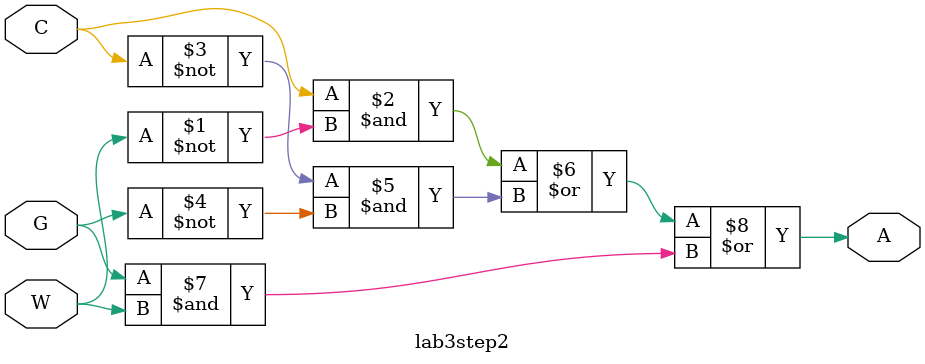
<source format=v>
module lab3step2(A, C, G, W);
	input C, G, W;
	output A;
	
	assign A = ((C&~W)|(~C&~G)|(G&W));

endmodule
	
</source>
